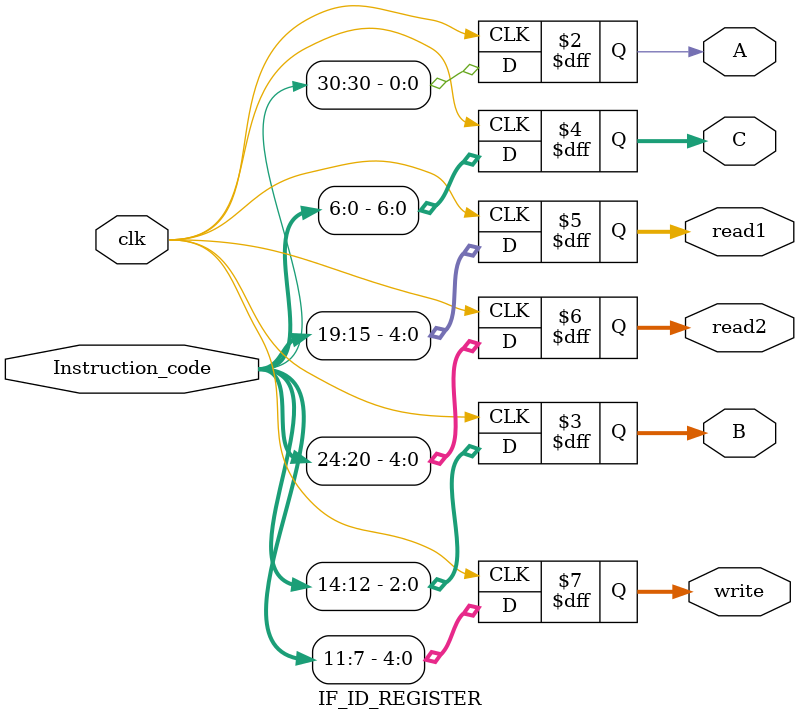
<source format=v>
`timescale 1ns / 1ps



module IF_ID_REGISTER(
input clk,
input [31:0] Instruction_code,
output reg A,
output reg[2:0] B,
output reg[6:0] C,
output reg[4:0] read1,
output reg[4:0] read2,
output reg[4:0] write
    );
always@(posedge clk)
begin
read1=Instruction_code[19:15];
read2=Instruction_code[24:20];
write=Instruction_code[11:7];
A=Instruction_code[30];
B=Instruction_code[14:12];
C=Instruction_code[6:0];
end
endmodule

</source>
